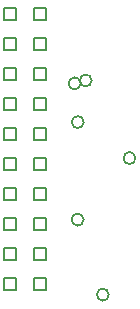
<source format=gbr>
G04*
G04 #@! TF.GenerationSoftware,Altium Limited,Altium Designer,24.10.1 (45)*
G04*
G04 Layer_Color=2752767*
%FSLAX44Y44*%
%MOMM*%
G71*
G04*
G04 #@! TF.SameCoordinates,6C15008D-1AD3-4549-9602-DC6CD9F93784*
G04*
G04*
G04 #@! TF.FilePolarity,Positive*
G04*
G01*
G75*
%ADD31C,0.1270*%
%ADD32C,0.1693*%
D31*
X43688Y529082D02*
Y539242D01*
X53848D01*
Y529082D01*
X43688D01*
X18288D02*
Y539242D01*
X28448D01*
Y529082D01*
X18288D01*
Y554482D02*
Y564642D01*
X28448D01*
Y554482D01*
X18288D01*
X43688D02*
Y564642D01*
X53848D01*
Y554482D01*
X43688D01*
X18288Y579882D02*
Y590042D01*
X28448D01*
Y579882D01*
X18288D01*
X43688D02*
Y590042D01*
X53848D01*
Y579882D01*
X43688D01*
X18288Y605282D02*
Y615442D01*
X28448D01*
Y605282D01*
X18288D01*
X43688D02*
Y615442D01*
X53848D01*
Y605282D01*
X43688D01*
X18288Y376682D02*
Y386842D01*
X28448D01*
Y376682D01*
X18288D01*
X43688D02*
Y386842D01*
X53848D01*
Y376682D01*
X43688D01*
X18288Y402082D02*
Y412242D01*
X28448D01*
Y402082D01*
X18288D01*
X43688D02*
Y412242D01*
X53848D01*
Y402082D01*
X43688D01*
X18288Y427482D02*
Y437642D01*
X28448D01*
Y427482D01*
X18288D01*
X43688D02*
Y437642D01*
X53848D01*
Y427482D01*
X43688D01*
X18288Y452882D02*
Y463042D01*
X28448D01*
Y452882D01*
X18288D01*
X43688D02*
Y463042D01*
X53848D01*
Y452882D01*
X43688D01*
Y503682D02*
Y513842D01*
X53848D01*
Y503682D01*
X43688D01*
Y478282D02*
Y488442D01*
X53848D01*
Y478282D01*
X43688D01*
X18288D02*
Y488442D01*
X28448D01*
Y478282D01*
X18288D01*
Y503682D02*
Y513842D01*
X28448D01*
Y503682D01*
X18288D01*
D32*
X85734Y518668D02*
G03*
X85734Y518668I-5080J0D01*
G01*
X92484Y553908D02*
G03*
X92484Y553908I-5080J0D01*
G01*
X106934Y372592D02*
G03*
X106934Y372592I-5080J0D01*
G01*
X129536Y488188D02*
G03*
X129536Y488188I-5080J0D01*
G01*
X83080Y551408D02*
G03*
X83080Y551408I-5080J0D01*
G01*
X85598Y436118D02*
G03*
X85598Y436118I-5080J0D01*
G01*
M02*

</source>
